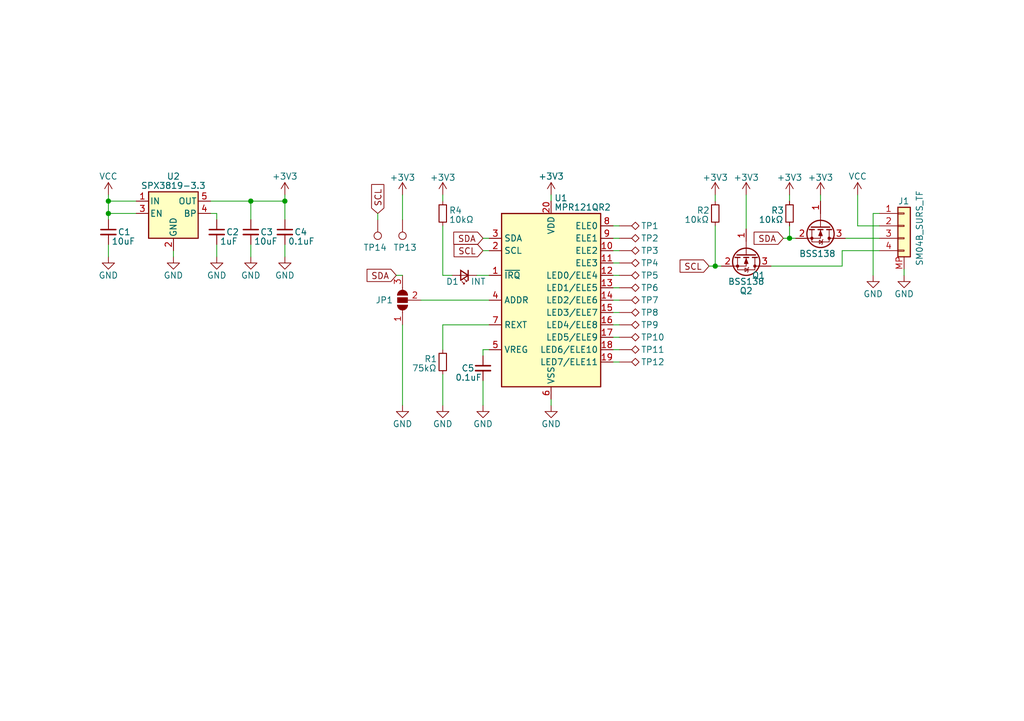
<source format=kicad_sch>
(kicad_sch (version 20211123) (generator eeschema)
  (paper "A5")
  (title_block (title "cap64") (company "beadybiddle"))
  (lib_symbols
    (symbol "Connector:TestPoint" (pin_numbers hide) (pin_names (offset 0.762) hide)
      (property "Reference" "TP" (at 0 6.858 0))
      (property "Value" "TestPoint" (at 0 5.08 0))
      (symbol "TestPoint_0_1"
        (circle (center 0 3.302) (radius 0.762))
      )
      (symbol "TestPoint_1_1"
        (pin passive line (at 0 0 90) (length 2.54) (name "1") (number "1"))
      )
    )
    (symbol "Connector:TestPoint_Alt" (pin_numbers hide) (pin_names (offset 0.762) hide)
      (property "Reference" "TP" (at 0 6.858 0))
      (property "Value" "TestPoint_Alt" (at 0 5.08 0))
      (symbol "TestPoint_Alt_0_1"
        (polyline (pts (xy 0 2.54) (xy -0.762 3.302) (xy 0 4.064) (xy 0.762 3.302) (xy 0 2.54)))
      )
      (symbol "TestPoint_Alt_1_1"
        (pin passive line (at 0 0 90) (length 2.54) (name "1") (number "1"))
      )
    )
    (symbol "Connector_Generic:Conn_01x04" (pin_names (offset 1.016) hide)
      (property "Reference" "J1" (at -1.27 5.08 0))
      (property "Value" "SM05B_SURS_TF" (at -5.715 -7.62 0))
      (symbol "Conn_01x04_1_1"
        (rectangle (start -1.27 -4.953) (end 0 -5.207) (stroke (width 0.1524)))
        (rectangle (start -1.27 -2.413) (end 0 -2.667) (stroke (width 0.1524)))
        (rectangle (start -1.27 0.127) (end 0 -0.127) (stroke (width 0.1524)))
        (rectangle (start -1.27 2.667) (end 0 2.413) (stroke (width 0.1524)))
        (rectangle (start -1.27 3.81) (end 1.27 -6.35) (stroke (width 0.254)) (fill (type background)))
        (pin passive line (at -5.08 2.54 0) (length 3.81) (name "Pin_1") (number "1"))
        (pin passive line (at -5.08 0 0) (length 3.81) (name "Pin_2") (number "2"))
        (pin passive line (at -5.08 -2.54 0) (length 3.81) (name "Pin_3") (number "3"))
        (pin passive line (at -5.08 -5.08 0) (length 3.81) (name "Pin_4") (number "4"))
        (pin power_in line (at 0 -8.89 90) (length 2.54) (name "MP") (number "MP"))
      )
    )
    (symbol "Device:C_Small" (pin_numbers hide) (pin_names (offset 0.254) hide)
      (property "Reference" "C" (at 0.254 1.778 0))
      (property "Value" "C_Small" (at 0.254 -2.032 0))
      (symbol "C_Small_0_1"
        (polyline (pts (xy -1.524 -0.508) (xy 1.524 -0.508)) (stroke (width 0.3302)))
        (polyline (pts (xy -1.524 0.508) (xy 1.524 0.508)) (stroke (width 0.3048)))
      )
      (symbol "C_Small_1_1"
        (pin passive line (at 0 2.54 270) (length 2.032) (name "~") (number "1"))
        (pin passive line (at 0 -2.54 90) (length 2.032) (name "~") (number "2"))
      )
    )
    (symbol "Device:LED_Small" (pin_numbers hide) (pin_names (offset 0.254) hide)
      (property "Reference" "D" (at -1.27 3.175 0))
      (property "Value" "LED_Small" (at -4.445 -2.54 0))
      (symbol "LED_Small_0_1"
        (polyline (pts (xy -0.762 -1.016) (xy -0.762 1.016)) (stroke (width 0.254)))
        (polyline (pts (xy 1.016 0) (xy -0.762 0)))
        (polyline (pts (xy 0.762 -1.016) (xy -0.762 0) (xy 0.762 1.016) (xy 0.762 -1.016)) (stroke (width 0.254)))
        (polyline (pts (xy 0 0.762) (xy -0.508 1.27) (xy -0.254 1.27) (xy -0.508 1.27) (xy -0.508 1.016)))
        (polyline (pts (xy 0.508 1.27) (xy 0 1.778) (xy 0.254 1.778) (xy 0 1.778) (xy 0 1.524)))
      )
      (symbol "LED_Small_1_1"
        (pin passive line (at -2.54 0 0) (length 1.778) (name "K") (number "1"))
        (pin passive line (at 2.54 0 180) (length 1.778) (name "A") (number "2"))
      )
    )
    (symbol "Device:R_Small" (pin_numbers hide) (pin_names (offset 0.254) hide)
      (property "Reference" "R" (at 0.762 0.508 0))
      (property "Value" "R_Small" (at 0.762 -1.016 0))
      (symbol "R_Small_0_1"
        (rectangle (start -0.762 1.778) (end 0.762 -1.778) (stroke (width 0.2032)))
      )
      (symbol "R_Small_1_1"
        (pin passive line (at 0 2.54 270) (length 0.762) (name "~") (number "1"))
        (pin passive line (at 0 -2.54 90) (length 0.762) (name "~") (number "2"))
      )
    )
    (symbol "Jumper:SolderJumper_3_Open" (pin_names (offset 0) hide)
      (property "Reference" "JP" (at -2.54 -2.54 0))
      (property "Value" "SolderJumper_3_Open" (at 0 2.794 0))
      (symbol "SolderJumper_3_Open_0_1"
        (arc (start -1.016 1.016) (mid -2.032 0) (end -1.016 -1.016))
        (arc (start -1.016 1.016) (mid -2.032 0) (end -1.016 -1.016) (fill (type outline)))
        (rectangle (start -0.508 1.016) (end 0.508 -1.016) (fill (type outline)))
        (polyline (pts (xy -2.54 0) (xy -2.032 0)))
        (polyline (pts (xy -1.016 1.016) (xy -1.016 -1.016)))
        (polyline (pts (xy 0 -1.27) (xy 0 -1.016)))
        (polyline (pts (xy 1.016 1.016) (xy 1.016 -1.016)))
        (polyline (pts (xy 2.54 0) (xy 2.032 0)))
        (arc (start 1.016 -1.016) (mid 2.032 0) (end 1.016 1.016))
        (arc (start 1.016 -1.016) (mid 2.032 0) (end 1.016 1.016) (fill (type outline)))
      )
      (symbol "SolderJumper_3_Open_1_1"
        (pin passive line (at -5.08 0 0) (length 2.54) (name "A") (number "1"))
        (pin passive line (at 0 -3.81 90) (length 2.54) (name "C") (number "2"))
        (pin passive line (at 5.08 0 180) (length 2.54) (name "B") (number "3"))
      )
    )
    (symbol "Regulator_Linear:SPX3819M5-L-3-3" (pin_names (offset 0.254))
      (property "Reference" "U" (at -3.81 5.715 0))
      (property "Value" "SPX3819M5-L-3-3" (at 0 5.715 0))
      (symbol "SPX3819M5-L-3-3_0_1"
        (rectangle (start -5.08 4.445) (end 5.08 -5.08) (stroke (width 0.254)) (fill (type background)))
      )
      (symbol "SPX3819M5-L-3-3_1_1"
        (pin power_in line (at -7.62 2.54 0) (length 2.54) (name "IN") (number "1"))
        (pin power_in line (at 0 -7.62 90) (length 2.54) (name "GND") (number "2"))
        (pin input line (at -7.62 0 0) (length 2.54) (name "EN") (number "3"))
        (pin input line (at 7.62 0 180) (length 2.54) (name "BP") (number "4"))
        (pin power_out line (at 7.62 2.54 180) (length 2.54) (name "OUT") (number "5"))
      )
    )
    (symbol "Sensor_Touch:MPR121QR2"
      (property "Reference" "U" (at -10.16 19.05 0))
      (property "Value" "MPR121QR2" (at 6.35 19.05 0))
      (symbol "MPR121QR2_0_1"
        (rectangle (start -10.16 17.78) (end 10.16 -17.78) (stroke (width 0.254)) (fill (type background)))
      )
      (symbol "MPR121QR2_1_1"
        (pin open_collector line (at -12.7 5.08 0) (length 2.54) (name "~{IRQ}") (number "1"))
        (pin passive line (at 12.7 10.16 180) (length 2.54) (name "ELE2") (number "10"))
        (pin passive line (at 12.7 7.62 180) (length 2.54) (name "ELE3") (number "11"))
        (pin passive line (at 12.7 5.08 180) (length 2.54) (name "LED0/ELE4") (number "12"))
        (pin passive line (at 12.7 2.54 180) (length 2.54) (name "LED1/ELE5") (number "13"))
        (pin passive line (at 12.7 0 180) (length 2.54) (name "LED2/ELE6") (number "14"))
        (pin passive line (at 12.7 -2.54 180) (length 2.54) (name "LED3/ELE7") (number "15"))
        (pin passive line (at 12.7 -5.08 180) (length 2.54) (name "LED4/ELE8") (number "16"))
        (pin passive line (at 12.7 -7.62 180) (length 2.54) (name "LED5/ELE9") (number "17"))
        (pin passive line (at 12.7 -10.16 180) (length 2.54) (name "LED6/ELE10") (number "18"))
        (pin passive line (at 12.7 -12.7 180) (length 2.54) (name "LED7/ELE11") (number "19"))
        (pin input line (at -12.7 10.16 0) (length 2.54) (name "SCL") (number "2"))
        (pin power_in line (at 0 20.32 270) (length 2.54) (name "VDD") (number "20"))
        (pin bidirectional line (at -12.7 12.7 0) (length 2.54) (name "SDA") (number "3"))
        (pin input line (at -12.7 0 0) (length 2.54) (name "ADDR") (number "4"))
        (pin passive line (at -12.7 -10.16 0) (length 2.54) (name "VREG") (number "5"))
        (pin power_in line (at 0 -20.32 90) (length 2.54) (name "VSS") (number "6"))
        (pin passive line (at -12.7 -5.08 0) (length 2.54) (name "REXT") (number "7"))
        (pin passive line (at 12.7 15.24 180) (length 2.54) (name "ELE0") (number "8"))
        (pin passive line (at 12.7 12.7 180) (length 2.54) (name "ELE1") (number "9"))
      )
    )
    (symbol "Transistor_FET:BSS138" (pin_names hide)
      (property "Reference" "Q" (at 5.08 1.905 0))
      (property "Value" "BSS138" (at 5.08 0 0))
      (symbol "BSS138_0_1"
        (polyline (pts (xy 0.254 0) (xy -2.54 0)))
        (polyline (pts (xy 0.254 1.905) (xy 0.254 -1.905)) (stroke (width 0.254)))
        (polyline (pts (xy 0.762 -1.27) (xy 0.762 -2.286)) (stroke (width 0.254)))
        (polyline (pts (xy 0.762 0.508) (xy 0.762 -0.508)) (stroke (width 0.254)))
        (polyline (pts (xy 0.762 2.286) (xy 0.762 1.27)) (stroke (width 0.254)))
        (polyline (pts (xy 2.54 2.54) (xy 2.54 1.778)))
        (polyline (pts (xy 2.54 -2.54) (xy 2.54 0) (xy 0.762 0)))
        (polyline (pts (xy 0.762 -1.778) (xy 3.302 -1.778) (xy 3.302 1.778) (xy 0.762 1.778)))
        (polyline (pts (xy 1.016 0) (xy 2.032 0.381) (xy 2.032 -0.381) (xy 1.016 0)) (fill (type outline)))
        (polyline (pts (xy 2.794 0.508) (xy 2.921 0.381) (xy 3.683 0.381) (xy 3.81 0.254)))
        (polyline (pts (xy 3.302 0.381) (xy 2.921 -0.254) (xy 3.683 -0.254) (xy 3.302 0.381)))
        (circle (center 1.651 0) (radius 2.794) (stroke (width 0.254)))
        (circle (center 2.54 -1.778) (radius 0.254) (fill (type outline)))
        (circle (center 2.54 1.778) (radius 0.254) (fill (type outline)))
      )
      (symbol "BSS138_1_1"
        (pin input line (at -5.08 0 0) (length 2.54) (name "G") (number "1"))
        (pin passive line (at 2.54 -5.08 90) (length 2.54) (name "S") (number "2"))
        (pin passive line (at 2.54 5.08 270) (length 2.54) (name "D") (number "3"))
      )
    )
    (symbol "power:+3V3" (power) (pin_names (offset 0))
      (property "Value" "+3V3" (at 0 3.556 0))
      (symbol "+3V3_0_1"
        (polyline (pts (xy -0.762 1.27) (xy 0 2.54)))
        (polyline (pts (xy 0 0) (xy 0 2.54)))
        (polyline (pts (xy 0 2.54) (xy 0.762 1.27)))
      )
      (symbol "+3V3_1_1"
        (pin power_in line (at 0 0 90) (length 0) hide (name "+3V3") (number "1"))
      )
    )
    (symbol "power:GND" (power) (pin_names (offset 0))
      (property "Value" "GND" (at 0 -3.81 0))
      (symbol "GND_0_1"
        (polyline (pts (xy 0 0) (xy 0 -1.27) (xy 1.27 -1.27) (xy 0 -2.54) (xy -1.27 -1.27) (xy 0 -1.27)))
      )
      (symbol "GND_1_1"
        (pin power_in line (at 0 0 270) (length 0) hide (name "GND") (number "1"))
      )
    )
    (symbol "power:VCC" (power) (pin_names (offset 0))
      (property "Value" "VCC" (at 0 3.81 0))
      (symbol "VCC_0_1"
        (polyline (pts (xy -0.762 1.27) (xy 0 2.54)))
        (polyline (pts (xy 0 0) (xy 0 2.54)))
        (polyline (pts (xy 0 2.54) (xy 0.762 1.27)))
      )
      (symbol "VCC_1_1"
        (pin power_in line (at 0 0 90) (length 0) hide (name "VCC") (number "1"))
      )
    )
  )
  (junction (at 58.42 41.275))
  (junction (at 146.685 54.61))
  (junction (at 161.925 48.895))
  (junction (at 22.225 41.275))
  (junction (at 22.225 43.815))
  (junction (at 51.435 41.275))
  (wire (pts (xy 153.035 40.005) (xy 153.035 46.99)))
  (wire (pts (xy 90.805 76.835) (xy 90.805 83.185)))
  (wire (pts (xy 125.73 66.675) (xy 127 66.675)))
  (wire (pts (xy 146.685 46.355) (xy 146.685 54.61)))
  (wire (pts (xy 125.73 74.295) (xy 127 74.295)))
  (wire (pts (xy 160.655 48.895) (xy 161.925 48.895)))
  (wire (pts (xy 22.225 43.815) (xy 22.225 41.275)))
  (wire (pts (xy 125.73 64.135) (xy 127 64.135)))
  (wire (pts (xy 51.435 50.165) (xy 51.435 52.705)))
  (wire (pts (xy 90.805 66.675) (xy 90.805 71.755)))
  (wire (pts (xy 145.415 54.61) (xy 146.685 54.61)))
  (wire (pts (xy 175.895 40.005) (xy 175.895 46.355)))
  (wire (pts (xy 99.06 48.895) (xy 100.33 48.895)))
  (wire (pts (xy 82.55 40.005) (xy 82.55 45.085)))
  (wire (pts (xy 22.225 41.275) (xy 27.94 41.275)))
  (wire (pts (xy 58.42 50.165) (xy 58.42 52.705)))
  (wire (pts (xy 43.18 41.275) (xy 51.435 41.275)))
  (wire (pts (xy 175.895 46.355) (xy 180.34 46.355)))
  (wire (pts (xy 44.45 43.815) (xy 44.45 45.085)))
  (wire (pts (xy 82.55 66.675) (xy 82.55 83.185)))
  (wire (pts (xy 125.73 53.975) (xy 127 53.975)))
  (wire (pts (xy 90.805 56.515) (xy 92.71 56.515)))
  (wire (pts (xy 22.225 45.085) (xy 22.225 43.815)))
  (wire (pts (xy 58.42 40.005) (xy 58.42 41.275)))
  (wire (pts (xy 172.72 51.435) (xy 180.34 51.435)))
  (wire (pts (xy 146.685 41.275) (xy 146.685 40.005)))
  (wire (pts (xy 125.73 71.755) (xy 127 71.755)))
  (wire (pts (xy 173.355 48.895) (xy 180.34 48.895)))
  (wire (pts (xy 35.56 52.705) (xy 35.56 51.435)))
  (wire (pts (xy 179.07 43.815) (xy 179.07 56.515)))
  (wire (pts (xy 97.79 56.515) (xy 100.33 56.515)))
  (wire (pts (xy 58.42 41.275) (xy 58.42 45.085)))
  (wire (pts (xy 99.06 78.105) (xy 99.06 83.185)))
  (wire (pts (xy 158.115 54.61) (xy 172.72 54.61)))
  (wire (pts (xy 86.36 61.595) (xy 100.33 61.595)))
  (wire (pts (xy 43.18 43.815) (xy 44.45 43.815)))
  (wire (pts (xy 125.73 61.595) (xy 127 61.595)))
  (wire (pts (xy 51.435 41.275) (xy 58.42 41.275)))
  (wire (pts (xy 22.225 50.165) (xy 22.225 52.705)))
  (wire (pts (xy 90.805 40.005) (xy 90.805 41.275)))
  (wire (pts (xy 100.33 71.755) (xy 99.06 71.755)))
  (wire (pts (xy 44.45 50.165) (xy 44.45 52.705)))
  (wire (pts (xy 90.805 46.355) (xy 90.805 56.515)))
  (wire (pts (xy 125.73 48.895) (xy 127 48.895)))
  (wire (pts (xy 99.06 71.755) (xy 99.06 73.025)))
  (wire (pts (xy 125.73 69.215) (xy 127 69.215)))
  (wire (pts (xy 113.03 81.915) (xy 113.03 83.185)))
  (wire (pts (xy 185.42 55.245) (xy 185.42 56.515)))
  (wire (pts (xy 180.34 43.815) (xy 179.07 43.815)))
  (wire (pts (xy 146.685 54.61) (xy 147.955 54.61)))
  (wire (pts (xy 113.03 40.005) (xy 113.03 41.275)))
  (wire (pts (xy 90.805 66.675) (xy 100.33 66.675)))
  (wire (pts (xy 161.925 40.005) (xy 161.925 41.275)))
  (wire (pts (xy 161.925 48.895) (xy 163.195 48.895)))
  (wire (pts (xy 125.73 46.355) (xy 127 46.355)))
  (wire (pts (xy 77.47 43.815) (xy 77.47 45.085)))
  (wire (pts (xy 172.72 54.61) (xy 172.72 51.435)))
  (wire (pts (xy 22.225 40.005) (xy 22.225 41.275)))
  (wire (pts (xy 125.73 59.055) (xy 127 59.055)))
  (wire (pts (xy 51.435 41.275) (xy 51.435 45.085)))
  (wire (pts (xy 161.925 46.355) (xy 161.925 48.895)))
  (wire (pts (xy 125.73 51.435) (xy 127 51.435)))
  (wire (pts (xy 81.28 56.515) (xy 82.55 56.515)))
  (wire (pts (xy 99.06 51.435) (xy 100.33 51.435)))
  (wire (pts (xy 22.225 43.815) (xy 27.94 43.815)))
  (wire (pts (xy 168.275 40.005) (xy 168.275 41.275)))
  (wire (pts (xy 125.73 56.515) (xy 127 56.515)))
  (global_label "SDA" (shape input) (at 99.06 48.895 180) (property "Intersheet References" "${INTERSHEET_REFS}" (effects hide)))
  (global_label "SDA" (shape input) (at 160.655 48.895 180) (property "Intersheet References" "${INTERSHEET_REFS}" (effects hide)))
  (global_label "SCL" (shape input) (at 99.06 51.435 180) (property "Intersheet References" "${INTERSHEET_REFS}" (effects hide)))
  (global_label "SCL" (shape input) (at 77.47 43.815 90) (property "Intersheet References" "${INTERSHEET_REFS}" (effects hide)))
  (global_label "SCL" (shape input) (at 145.415 54.61 180) (property "Intersheet References" "${INTERSHEET_REFS}" (effects hide)))
  (global_label "SDA" (shape input) (at 81.28 56.515 180) (property "Intersheet References" "${INTERSHEET_REFS}" (effects hide)))
  (symbol (lib_id "Device:C_Small") (at 44.45 47.625 0) (unit 1)
    (property "Reference" "C2" (at 46.355 47.625 0) (effects (justify left)))
    (property "Value" "1uF" (at 45.085 49.53 0) (effects (justify left)))
    (property "Footprint" "Capacitor_SMD:C_0805_2012Metric" (effects hide))
  )
  (symbol (lib_id "power:GND") (at 51.435 52.705 0) (unit 1)
    (property "Reference" "#PWR0107" (effects hide))
    (property "Value" "GND" (at 51.435 56.515 0))
  )
  (symbol (lib_id "Connector_Generic:Conn_01x04") (at 185.42 46.355 0) (unit 1)
    (property "Reference" "J1" (at 184.15 41.275 0) (effects (justify left)))
    (property "Value" "SM04B_SURS_TF" (at 188.595 54.61 90) (effects (justify left)))
    (property "Footprint" "Connector_JST:JST_SUR_SM04B-SURS-TF_1x04-1MP_P0.80mm_Horizontal" (effects hide))
  )
  (symbol (lib_id "Regulator_Linear:SPX3819M5-L-3-3") (at 35.56 43.815 0) (unit 1)
    (property "Reference" "U2" (at 35.56 36.195 0))
    (property "Value" "SPX3819-3.3" (at 35.56 38.1 0))
    (property "Footprint" "Package_TO_SOT_SMD:SOT-23-5" (effects hide))
    (property "Datasheet" "https://www.exar.com/content/document.ashx?id=22106&languageid=1033&type=Datasheet&partnumber=SPX3819&filename=SPX3819.pdf&part=SPX3819" (effects hide))
  )
  (symbol (lib_id "Connector:TestPoint_Alt") (at 127 74.295 270) (unit 1)
    (property "Reference" "TP12" (at 131.445 74.295 90) (effects (justify left)))
    (property "Value" "TestPoint_Alt" (effects hide))
    (property "Footprint" "cap_pads:CAPPADS_7.6x11.6_Chevron_3" (effects hide))
  )
  (symbol (lib_id "power:GND") (at 58.42 52.705 0) (unit 1)
    (property "Reference" "#PWR0108" (effects hide))
    (property "Value" "GND" (at 58.42 56.515 0))
  )
  (symbol (lib_id "power:GND") (at 22.225 52.705 0) (unit 1)
    (property "Reference" "#PWR0104" (effects hide))
    (property "Value" "GND" (at 22.225 56.515 0))
  )
  (symbol (lib_id "Connector:TestPoint_Alt") (at 127 66.675 270) (unit 1)
    (property "Reference" "TP9" (at 131.445 66.675 90) (effects (justify left)))
    (property "Value" "TestPoint_Alt" (effects hide))
    (property "Footprint" "cap_pads:CAPPADS_7.6x11.6_Chevron_2" (effects hide))
  )
  (symbol (lib_id "power:+3V3") (at 146.685 40.005 0) (unit 1)
    (property "Reference" "#PWR0119" (effects hide))
    (property "Value" "+3V3" (at 146.685 36.4292 0))
  )
  (symbol (lib_id "power:GND") (at 82.55 83.185 0) (unit 1)
    (property "Reference" "#PWR0111" (effects hide))
    (property "Value" "GND" (at 82.55 86.995 0))
  )
  (symbol (lib_id "power:GND") (at 185.42 56.515 0) (unit 1)
    (property "Reference" "#PWR0121" (effects hide))
    (property "Value" "GND" (at 185.42 60.325 0))
  )
  (symbol (lib_id "Transistor_FET:BSS138") (at 168.275 46.355 270) (unit 1)
    (property "Reference" "Q1" (at 155.575 56.515 90))
    (property "Value" "BSS138" (at 167.64 52.07 90))
    (property "Footprint" "Package_TO_SOT_SMD:SOT-23" (effects hide))
    (property "Datasheet" "https://www.onsemi.com/pub/Collateral/BSS138-D.PDF" (effects hide))
  )
  (symbol (lib_id "Device:C_Small") (at 99.06 75.565 0) (unit 1)
    (property "Reference" "C5" (at 94.615 75.565 0) (effects (justify left)))
    (property "Value" "0.1uF" (at 93.345 77.47 0) (effects (justify left)))
    (property "Footprint" "Capacitor_SMD:C_0805_2012Metric" (effects hide))
  )
  (symbol (lib_id "Connector:TestPoint_Alt") (at 127 64.135 270) (unit 1)
    (property "Reference" "TP8" (at 131.445 64.135 90) (effects (justify left)))
    (property "Value" "TestPoint_Alt" (effects hide))
    (property "Footprint" "cap_pads:CAPPADS_7.6x11.6_Chevron_2" (effects hide))
  )
  (symbol (lib_id "Connector:TestPoint_Alt") (at 127 71.755 270) (unit 1)
    (property "Reference" "TP11" (at 131.445 71.755 90) (effects (justify left)))
    (property "Value" "TestPoint_Alt" (effects hide))
    (property "Footprint" "cap_pads:CAPPADS_7.6x11.6_Chevron_2" (effects hide))
  )
  (symbol (lib_id "power:GND") (at 179.07 56.515 0) (unit 1)
    (property "Reference" "#PWR0114" (effects hide))
    (property "Value" "GND" (at 179.07 60.325 0))
  )
  (symbol (lib_id "Device:R_Small") (at 161.925 43.815 0) (unit 1)
    (property "Reference" "R3" (at 158.115 43.18 0) (effects (justify left)))
    (property "Value" "10kΩ" (at 155.575 45.085 0) (effects (justify left)))
    (property "Footprint" "Resistor_SMD:R_0805_2012Metric" (effects hide))
  )
  (symbol (lib_id "power:GND") (at 44.45 52.705 0) (unit 1)
    (property "Reference" "#PWR0106" (effects hide))
    (property "Value" "GND" (at 44.45 56.515 0))
  )
  (symbol (lib_id "Connector:TestPoint_Alt") (at 127 51.435 270) (unit 1)
    (property "Reference" "TP3" (at 131.445 51.435 90) (effects (justify left)))
    (property "Value" "TestPoint_Alt" (effects hide))
    (property "Footprint" "cap_pads:CAPPADS_7.6x11.6_Chevron_2" (effects hide))
  )
  (symbol (lib_id "Connector:TestPoint_Alt") (at 127 56.515 270) (unit 1)
    (property "Reference" "TP5" (at 131.445 56.515 90) (effects (justify left)))
    (property "Value" "TestPoint_Alt" (effects hide))
    (property "Footprint" "cap_pads:CAPPADS_7.6x11.6_Chevron_2" (effects hide))
  )
  (symbol (lib_id "Connector:TestPoint") (at 77.47 45.085 180) (unit 1)
    (property "Reference" "TP14" (at 79.375 50.8 0) (effects (justify left)))
    (property "Value" "d" (effects hide))
    (property "Footprint" "TestPoint:TestPoint_Pad_2.0x2.0mm" (effects hide))
  )
  (symbol (lib_id "Device:C_Small") (at 58.42 47.625 0) (unit 1)
    (property "Reference" "C4" (at 60.325 47.625 0) (effects (justify left)))
    (property "Value" "0.1uF" (at 59.055 49.53 0) (effects (justify left)))
    (property "Footprint" "Capacitor_SMD:C_0805_2012Metric" (effects hide))
  )
  (symbol (lib_id "power:+3V3") (at 161.925 40.005 0) (unit 1)
    (property "Reference" "#PWR0118" (effects hide))
    (property "Value" "+3V3" (at 161.925 36.4292 0))
  )
  (symbol (lib_id "Device:C_Small") (at 51.435 47.625 0) (unit 1)
    (property "Reference" "C3" (at 53.34 47.625 0) (effects (justify left)))
    (property "Value" "10uF" (at 52.07 49.53 0) (effects (justify left)))
    (property "Footprint" "Capacitor_SMD:C_0805_2012Metric" (effects hide))
  )
  (symbol (lib_id "Device:R_Small") (at 146.685 43.815 0) (unit 1)
    (property "Reference" "R2" (at 142.875 43.18 0) (effects (justify left)))
    (property "Value" "10kΩ" (at 140.335 45.085 0) (effects (justify left)))
    (property "Footprint" "Resistor_SMD:R_0805_2012Metric" (effects hide))
  )
  (symbol (lib_id "power:+3V3") (at 113.03 40.005 0) (unit 1)
    (property "Reference" "#PWR0101" (effects hide))
    (property "Value" "+3V3" (at 113.03 36.195 0))
  )
  (symbol (lib_id "Connector:TestPoint_Alt") (at 127 48.895 270) (unit 1)
    (property "Reference" "TP2" (at 131.445 48.895 90) (effects (justify left)))
    (property "Value" "TestPoint_Alt" (effects hide))
    (property "Footprint" "cap_pads:CAPPADS_7.6x11.6_Chevron_2" (effects hide))
  )
  (symbol (lib_id "power:GND") (at 90.805 83.185 0) (unit 1)
    (property "Reference" "#PWR0112" (effects hide))
    (property "Value" "GND" (at 90.805 86.995 0))
  )
  (symbol (lib_id "Transistor_FET:BSS138") (at 153.035 52.07 270) (unit 1)
    (property "Reference" "Q2" (at 153.035 59.69 90))
    (property "Value" "BSS138" (at 153.035 57.785 90))
    (property "Footprint" "Package_TO_SOT_SMD:SOT-23" (effects hide))
    (property "Datasheet" "https://www.onsemi.com/pub/Collateral/BSS138-D.PDF" (effects hide))
  )
  (symbol (lib_id "power:+3V3") (at 82.55 40.005 0) (unit 1)
    (property "Reference" "#PWR0110" (effects hide))
    (property "Value" "+3V3" (at 82.55 36.4292 0))
  )
  (symbol (lib_id "power:VCC") (at 22.225 40.005 0) (unit 1)
    (property "Reference" "#PWR0109" (effects hide))
    (property "Value" "VCC" (at 22.225 36.195 0))
  )
  (symbol (lib_id "Connector:TestPoint_Alt") (at 127 61.595 270) (unit 1)
    (property "Reference" "TP7" (at 131.445 61.595 90) (effects (justify left)))
    (property "Value" "TestPoint_Alt" (effects hide))
    (property "Footprint" "cap_pads:CAPPADS_7.6x11.6_Chevron_2" (effects hide))
  )
  (symbol (lib_id "power:+3V3") (at 153.035 40.005 0) (unit 1)
    (property "Reference" "#PWR0116" (effects hide))
    (property "Value" "+3V3" (at 153.035 36.4292 0))
  )
  (symbol (lib_id "Device:R_Small") (at 90.805 43.815 0) (unit 1)
    (property "Reference" "R4" (at 92.075 43.18 0) (effects (justify left)))
    (property "Value" "10kΩ" (at 92.075 45.085 0) (effects (justify left)))
    (property "Footprint" "Resistor_SMD:R_0805_2012Metric" (effects hide))
  )
  (symbol (lib_id "Connector:TestPoint_Alt") (at 127 53.975 270) (unit 1)
    (property "Reference" "TP4" (at 131.445 53.975 90) (effects (justify left)))
    (property "Value" "TestPoint_Alt" (effects hide))
    (property "Footprint" "cap_pads:CAPPADS_7.6x11.6_Chevron_2" (effects hide))
  )
  (symbol (lib_id "Device:R_Small") (at 90.805 74.295 0) (unit 1)
    (property "Reference" "R1" (at 86.995 73.66 0) (effects (justify left)))
    (property "Value" "75kΩ" (at 84.455 75.565 0) (effects (justify left)))
    (property "Footprint" "Resistor_SMD:R_0805_2012Metric" (effects hide))
  )
  (symbol (lib_id "Connector:TestPoint_Alt") (at 127 46.355 270) (unit 1)
    (property "Reference" "TP1" (at 131.445 46.355 90) (effects (justify left)))
    (property "Value" "TestPoint_Alt" (effects hide))
    (property "Footprint" "cap_pads:CAPPADS_7.6x11.6_Chevron_1" (effects hide))
  )
  (symbol (lib_id "Connector:TestPoint_Alt") (at 127 59.055 270) (unit 1)
    (property "Reference" "TP6" (at 131.445 59.055 90) (effects (justify left)))
    (property "Value" "TestPoint_Alt" (effects hide))
    (property "Footprint" "cap_pads:CAPPADS_7.6x11.6_Chevron_2" (effects hide))
  )
  (symbol (lib_id "Sensor_Touch:MPR121QR2") (at 113.03 61.595 0) (unit 1)
    (property "Reference" "U1" (at 113.665 40.64 0) (effects (justify left)))
    (property "Value" "MPR121QR2" (at 113.665 42.545 0) (effects (justify left)))
    (property "Footprint" "Package_DFN_QFN:UQFN-20_3x3mm_P0.4mm" (effects hide))
    (property "Datasheet" "https://resurgentsemi.com/wp-content/uploads/2018/09/MPR121_rev5-Resurgent.pdf?d453f8&d453f8" (effects hide))
  )
  (symbol (lib_id "Device:LED_Small") (at 95.25 56.515 180) (unit 1)
    (property "Reference" "D1" (at 91.44 57.785 0) (effects (justify right)))
    (property "Value" "INT" (at 96.52 57.785 0) (effects (justify right)))
    (property "Footprint" "LED_SMD:LED_0805_2012Metric" (effects hide))
  )
  (symbol (lib_id "power:+3V3") (at 168.275 40.005 0) (unit 1)
    (property "Reference" "#PWR0115" (effects hide))
    (property "Value" "+3V3" (at 168.275 36.4292 0))
  )
  (symbol (lib_id "power:VCC") (at 175.895 40.005 0) (unit 1)
    (property "Reference" "#PWR0117" (effects hide))
    (property "Value" "VCC" (at 175.895 36.195 0))
  )
  (symbol (lib_id "power:GND") (at 99.06 83.185 0) (unit 1)
    (property "Reference" "#PWR0113" (effects hide))
    (property "Value" "GND" (at 99.06 86.995 0))
  )
  (symbol (lib_id "power:GND") (at 113.03 83.185 0) (unit 1)
    (property "Reference" "#PWR0102" (effects hide))
    (property "Value" "GND" (at 113.03 86.995 0))
  )
  (symbol (lib_id "power:+3V3") (at 90.805 40.005 0) (unit 1)
    (property "Reference" "#PWR0120" (effects hide))
    (property "Value" "+3V3" (at 90.805 36.4292 0))
  )
  (symbol (lib_id "Connector:TestPoint_Alt") (at 127 69.215 270) (unit 1)
    (property "Reference" "TP10" (at 131.445 69.215 90) (effects (justify left)))
    (property "Value" "TestPoint_Alt" (effects hide))
    (property "Footprint" "cap_pads:CAPPADS_7.6x11.6_Chevron_2" (effects hide))
  )
  (symbol (lib_id "power:+3V3") (at 58.42 40.005 0) (unit 1)
    (property "Reference" "#PWR0103" (effects hide))
    (property "Value" "+3V3" (at 58.42 36.195 0))
  )
  (symbol (lib_id "Device:C_Small") (at 22.225 47.625 0) (unit 1)
    (property "Reference" "C1" (at 24.13 47.625 0) (effects (justify left)))
    (property "Value" "10uF" (at 22.86 49.53 0) (effects (justify left)))
    (property "Footprint" "Capacitor_SMD:C_0805_2012Metric" (effects hide))
  )
  (symbol (lib_id "power:GND") (at 35.56 52.705 0) (unit 1)
    (property "Reference" "#PWR0105" (effects hide))
    (property "Value" "GND" (at 35.56 56.515 0))
  )
  (symbol (lib_id "Jumper:SolderJumper_3_Open") (at 82.55 61.595 90) (unit 1)
    (property "Reference" "JP1" (at 80.645 61.595 90) (effects (justify left)))
    (property "Value" "SolderJumper_3_Open" (effects hide))
    (property "Footprint" "Jumper:SolderJumper-3_P1.3mm_Open_RoundedPad1.0x1.5mm_NumberLabels" (effects hide))
  )
  (symbol (lib_id "Connector:TestPoint") (at 82.55 45.085 180) (unit 1)
    (property "Reference" "TP13" (at 80.645 50.8 0) (effects (justify right)))
    (property "Value" "b" (effects hide))
    (property "Footprint" "TestPoint:TestPoint_Pad_2.0x2.0mm" (effects hide))
  )
)
</source>
